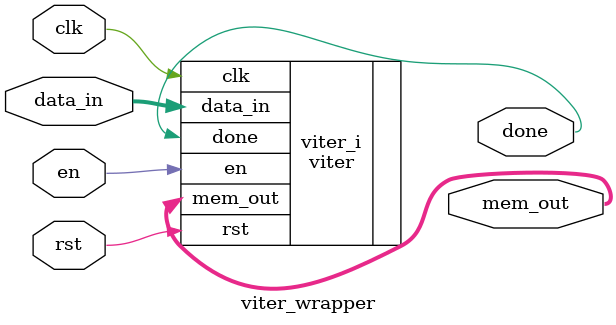
<source format=v>
`timescale 1 ps / 1 ps

module viter_wrapper
   (clk,
    data_in,
    done,
    en,
    mem_out,
    rst);
  input clk;
  input [15:0]data_in;
  output done;
  input en;
  output [7:0]mem_out;
  input rst;

  wire clk;
  wire [15:0]data_in;
  wire done;
  wire en;
  wire [7:0]mem_out;
  wire rst;

  viter viter_i
       (.clk(clk),
        .data_in(data_in),
        .done(done),
        .en(en),
        .mem_out(mem_out),
        .rst(rst));
endmodule

</source>
